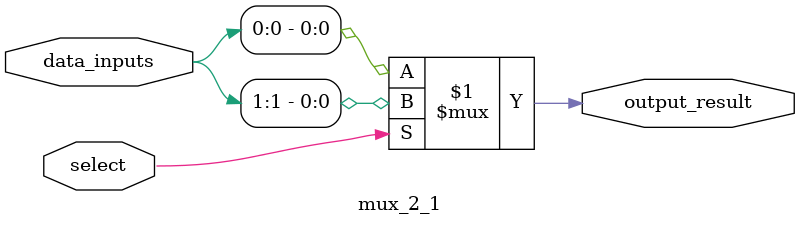
<source format=v>
module mux_2_1(
    input [1:0] data_inputs, 
    input select,
    output output_result
);
    assign output_result = select ? data_inputs[1] : data_inputs[0];
endmodule

</source>
